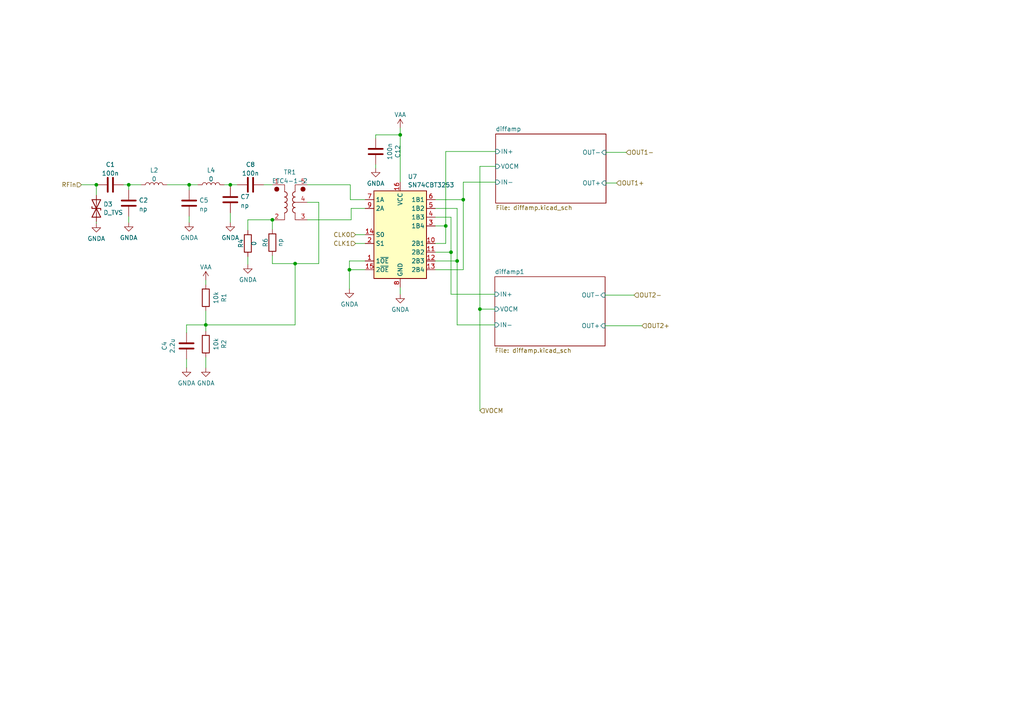
<source format=kicad_sch>
(kicad_sch (version 20230121) (generator eeschema)
  (paper "A4")
  (lib_symbols
    (symbol "Analog_Switch:SN74CBT3253"
      (property "Reference" "U" (at -7.62 13.97 0))
      (property "Value" "SN74CBT3253" (at -11.43 -13.97 0))
      (symbol "SN74CBT3253_0_1"
        (rectangle (start -7.62 12.7) (end 7.62 -12.7) (stroke (width 0.254)) (fill (type background)))
        (rectangle (start 7.62 -12.7) (end 7.62 -12.7))
      )
      (symbol "SN74CBT3253_1_1"
        (pin input line (at -10.16 -7.62 0) (length 2.54) (name "1~{OE}") (number "1"))
        (pin bidirectional line (at 10.16 -2.54 180) (length 2.54) (name "2B1") (number "10"))
        (pin bidirectional line (at 10.16 -5.08 180) (length 2.54) (name "2B2") (number "11"))
        (pin bidirectional line (at 10.16 -7.62 180) (length 2.54) (name "2B3") (number "12"))
        (pin bidirectional line (at 10.16 -10.16 180) (length 2.54) (name "2B4") (number "13"))
        (pin input line (at -10.16 0 0) (length 2.54) (name "S0") (number "14"))
        (pin input line (at -10.16 -10.16 0) (length 2.54) (name "2~{OE}") (number "15"))
        (pin power_in line (at 0 15.24 270) (length 2.54) (name "VCC") (number "16"))
        (pin input line (at -10.16 -2.54 0) (length 2.54) (name "S1") (number "2"))
        (pin bidirectional line (at 10.16 2.54 180) (length 2.54) (name "1B4") (number "3"))
        (pin bidirectional line (at 10.16 5.08 180) (length 2.54) (name "1B3") (number "4"))
        (pin bidirectional line (at 10.16 7.62 180) (length 2.54) (name "1B2") (number "5"))
        (pin bidirectional line (at 10.16 10.16 180) (length 2.54) (name "1B1") (number "6"))
        (pin bidirectional line (at -10.16 10.16 0) (length 2.54) (name "1A") (number "7"))
        (pin power_in line (at 0 -15.24 90) (length 2.54) (name "GND") (number "8"))
        (pin bidirectional line (at -10.16 7.62 0) (length 2.54) (name "2A") (number "9"))
      )
    )
    (symbol "Device:C" (pin_numbers hide) (pin_names (offset 0.254))
      (property "Reference" "C" (at 0.635 2.54 0))
      (property "Value" "C" (at 0.635 -2.54 0))
      (symbol "C_0_1"
        (polyline (pts (xy -2.032 -0.762) (xy 2.032 -0.762)) (stroke (width 0.508)))
        (polyline (pts (xy -2.032 0.762) (xy 2.032 0.762)) (stroke (width 0.508)))
      )
      (symbol "C_1_1"
        (pin passive line (at 0 3.81 270) (length 2.794) (name "~") (number "1"))
        (pin passive line (at 0 -3.81 90) (length 2.794) (name "~") (number "2"))
      )
    )
    (symbol "Device:D_TVS" (pin_numbers hide) (pin_names (offset 1.016) hide)
      (property "Reference" "D" (at 0 2.54 0))
      (property "Value" "D_TVS" (at 0 -2.54 0))
      (symbol "D_TVS_0_1"
        (polyline (pts (xy 1.27 0) (xy -1.27 0)))
        (polyline (pts (xy 0.508 1.27) (xy 0 1.27) (xy 0 -1.27) (xy -0.508 -1.27)) (stroke (width 0.254)))
        (polyline (pts (xy -2.54 1.27) (xy -2.54 -1.27) (xy 2.54 1.27) (xy 2.54 -1.27) (xy -2.54 1.27)) (stroke (width 0.254)))
      )
      (symbol "D_TVS_1_1"
        (pin passive line (at -3.81 0 0) (length 2.54) (name "A1") (number "1"))
        (pin passive line (at 3.81 0 180) (length 2.54) (name "A2") (number "2"))
      )
    )
    (symbol "Device:L" (pin_numbers hide) (pin_names (offset 1.016) hide)
      (property "Reference" "L" (at -1.27 0 90))
      (property "Value" "L" (at 1.905 0 90))
      (symbol "L_0_1"
        (arc (start 0 -2.54) (mid 0.6323 -1.905) (end 0 -1.27))
        (arc (start 0 -1.27) (mid 0.6323 -0.635) (end 0 0))
        (arc (start 0 0) (mid 0.6323 0.635) (end 0 1.27))
        (arc (start 0 1.27) (mid 0.6323 1.905) (end 0 2.54))
      )
      (symbol "L_1_1"
        (pin passive line (at 0 3.81 270) (length 1.27) (name "1") (number "1"))
        (pin passive line (at 0 -3.81 90) (length 1.27) (name "2") (number "2"))
      )
    )
    (symbol "adrf:ETC4-1-2" (pin_names hide)
      (property "Reference" "TR" (at 0 6.35 0))
      (property "Value" "ETC4-1-2" (at 0 -6.985 0))
      (symbol "ETC4-1-2_0_1"
        (circle (center -3.81 3.81) (radius 0.635) (fill (type outline)))
        (arc (start -1.524 -3.048) (mid -0.7653 -2.286) (end -1.524 -1.524) (stroke (width 0.2032)))
        (arc (start -1.524 -1.524) (mid -0.7653 -0.762) (end -1.524 0) (stroke (width 0.2032)))
        (arc (start -1.524 0) (mid -0.7653 0.762) (end -1.524 1.524) (stroke (width 0.2032)))
        (arc (start -1.524 1.524) (mid -0.7653 2.286) (end -1.524 3.048) (stroke (width 0.2032)))
        (polyline (pts (xy 2.54 0) (xy 1.27 0)) (stroke (width 0.1524)))
        (polyline (pts (xy -2.54 5.08) (xy -1.524 5.08) (xy -1.524 3.048)) (stroke (width 0.1524)))
        (polyline (pts (xy -1.524 -3.048) (xy -1.524 -5.08) (xy -2.54 -5.08)) (stroke (width 0.1524)))
        (polyline (pts (xy 1.524 3.048) (xy 1.524 5.08) (xy 2.54 5.08)) (stroke (width 0.1524)))
        (polyline (pts (xy 2.54 -5.08) (xy 1.524 -5.08) (xy 1.524 -3.048)) (stroke (width 0.1524)))
        (arc (start 1.524 -1.524) (mid 0.7653 -2.286) (end 1.524 -3.048) (stroke (width 0.2032)))
        (arc (start 1.524 0) (mid 0.7653 -0.762) (end 1.524 -1.524) (stroke (width 0.2032)))
        (arc (start 1.524 1.524) (mid 0.7653 0.762) (end 1.524 0) (stroke (width 0.2032)))
        (arc (start 1.524 3.048) (mid 0.7653 2.286) (end 1.524 1.524) (stroke (width 0.2032)))
        (circle (center 3.81 3.81) (radius 0.635) (fill (type outline)))
      )
      (symbol "ETC4-1-2_1_1"
        (pin passive line (at -5.08 5.08 0) (length 2.54) (name "~") (number "1"))
        (pin passive line (at -5.08 -5.08 0) (length 2.54) (name "~") (number "2"))
        (pin passive line (at 5.08 -5.08 180) (length 2.54) (name "~") (number "3"))
        (pin passive line (at 5.08 0 180) (length 2.54) (name "~") (number "4"))
        (pin no_connect line (at -2.54 0 0) (length 2.54) hide (name "~") (number "5"))
        (pin passive line (at 5.08 5.08 180) (length 2.54) (name "~") (number "5"))
      )
    )
    (symbol "device:C" (pin_numbers hide) (pin_names (offset 0.254))
      (property "Reference" "C" (at 0.635 2.54 0))
      (property "Value" "device_C" (at 0.635 -2.54 0))
      (symbol "C_0_1"
        (polyline (pts (xy -2.032 -0.762) (xy 2.032 -0.762)) (stroke (width 0.508)))
        (polyline (pts (xy -2.032 0.762) (xy 2.032 0.762)) (stroke (width 0.508)))
      )
      (symbol "C_1_1"
        (pin passive line (at 0 3.81 270) (length 2.794) (name "~") (number "1"))
        (pin passive line (at 0 -3.81 90) (length 2.794) (name "~") (number "2"))
      )
    )
    (symbol "device:R" (pin_numbers hide) (pin_names (offset 0))
      (property "Reference" "R" (at 2.032 0 90))
      (property "Value" "device_R" (at 0 0 90))
      (symbol "R_0_1"
        (rectangle (start -1.016 -2.54) (end 1.016 2.54) (stroke (width 0.254)))
      )
      (symbol "R_1_1"
        (pin passive line (at 0 3.81 270) (length 1.27) (name "~") (number "1"))
        (pin passive line (at 0 -3.81 90) (length 1.27) (name "~") (number "2"))
      )
    )
    (symbol "power:GNDA" (power) (pin_names (offset 0))
      (property "Value" "GNDA" (at 0 -3.81 0))
      (symbol "GNDA_0_1"
        (polyline (pts (xy 0 0) (xy 0 -1.27) (xy 1.27 -1.27) (xy 0 -2.54) (xy -1.27 -1.27) (xy 0 -1.27)))
      )
      (symbol "GNDA_1_1"
        (pin power_in line (at 0 0 270) (length 0) hide (name "GNDA") (number "1"))
      )
    )
    (symbol "power:VAA" (power) (pin_names (offset 0))
      (property "Value" "VAA" (at 0 3.81 0))
      (symbol "VAA_0_1"
        (polyline (pts (xy -0.762 1.27) (xy 0 2.54)))
        (polyline (pts (xy 0 0) (xy 0 2.54)))
        (polyline (pts (xy 0 2.54) (xy 0.762 1.27)))
      )
      (symbol "VAA_1_1"
        (pin power_in line (at 0 0 90) (length 0) hide (name "VAA") (number "1"))
      )
    )
  )
  (junction (at 85.598 76.454))
  (junction (at 132.588 75.692))
  (junction (at 116.078 39.116))
  (junction (at 129.286 65.532))
  (junction (at 59.69 94.234))
  (junction (at 54.864 53.594))
  (junction (at 130.81 73.152))
  (junction (at 66.802 53.594))
  (junction (at 37.338 53.594))
  (junction (at 27.94 53.594))
  (junction (at 139.192 89.662))
  (junction (at 134.366 57.912))
  (junction (at 78.994 63.754))
  (junction (at 101.346 78.232))
  (wire (pts (xy 76.454 53.594) (xy 78.994 53.594)))
  (wire (pts (xy 143.764 48.26) (xy 139.192 48.26)))
  (wire (pts (xy 101.854 60.452) (xy 105.918 60.452)))
  (wire (pts (xy 105.918 75.692) (xy 101.346 75.692)))
  (wire (pts (xy 126.238 60.452) (xy 132.588 60.452)))
  (wire (pts (xy 92.456 76.454) (xy 85.598 76.454)))
  (wire (pts (xy 71.882 63.754) (xy 71.882 66.802)))
  (wire (pts (xy 126.238 65.532) (xy 129.286 65.532)))
  (wire (pts (xy 92.456 58.674) (xy 92.456 76.454)))
  (wire (pts (xy 59.69 81.28) (xy 59.69 82.55)))
  (wire (pts (xy 54.864 53.594) (xy 54.864 55.118)))
  (wire (pts (xy 71.882 74.422) (xy 71.882 76.708)))
  (wire (pts (xy 101.6 57.912) (xy 105.918 57.912)))
  (wire (pts (xy 139.192 89.662) (xy 143.51 89.662)))
  (wire (pts (xy 89.154 53.594) (xy 101.6 53.594)))
  (wire (pts (xy 108.966 40.132) (xy 108.966 39.116)))
  (wire (pts (xy 181.61 44.196) (xy 175.768 44.196)))
  (wire (pts (xy 66.802 53.594) (xy 68.834 53.594)))
  (wire (pts (xy 129.286 43.942) (xy 143.764 43.942)))
  (wire (pts (xy 126.238 73.152) (xy 130.81 73.152)))
  (wire (pts (xy 108.966 39.116) (xy 116.078 39.116)))
  (wire (pts (xy 134.366 57.912) (xy 134.366 78.232)))
  (wire (pts (xy 132.588 75.692) (xy 132.588 60.452)))
  (wire (pts (xy 101.854 63.754) (xy 101.854 60.452)))
  (wire (pts (xy 103.124 70.612) (xy 105.918 70.612)))
  (wire (pts (xy 54.864 62.738) (xy 54.864 64.516)))
  (wire (pts (xy 101.346 75.692) (xy 101.346 78.232)))
  (wire (pts (xy 37.338 62.738) (xy 37.338 64.516)))
  (wire (pts (xy 103.124 68.072) (xy 105.918 68.072)))
  (wire (pts (xy 126.238 78.232) (xy 134.366 78.232)))
  (wire (pts (xy 59.69 94.234) (xy 85.598 94.234)))
  (wire (pts (xy 23.622 53.594) (xy 27.94 53.594)))
  (wire (pts (xy 134.366 52.832) (xy 134.366 57.912)))
  (wire (pts (xy 126.238 75.692) (xy 132.588 75.692)))
  (wire (pts (xy 116.078 39.116) (xy 116.078 52.832)))
  (wire (pts (xy 27.94 64.77) (xy 27.94 64.262)))
  (wire (pts (xy 54.102 104.14) (xy 54.102 106.68)))
  (wire (pts (xy 78.994 63.754) (xy 71.882 63.754)))
  (wire (pts (xy 66.802 53.594) (xy 66.802 54.102)))
  (wire (pts (xy 186.182 94.488) (xy 175.514 94.488)))
  (wire (pts (xy 132.588 94.234) (xy 132.588 75.692)))
  (wire (pts (xy 85.598 76.454) (xy 78.994 76.454)))
  (wire (pts (xy 35.814 53.594) (xy 37.338 53.594)))
  (wire (pts (xy 27.94 53.594) (xy 28.194 53.594)))
  (wire (pts (xy 54.864 53.594) (xy 57.404 53.594)))
  (wire (pts (xy 130.81 62.992) (xy 130.81 73.152)))
  (wire (pts (xy 59.69 90.17) (xy 59.69 94.234)))
  (wire (pts (xy 129.286 43.942) (xy 129.286 65.532)))
  (wire (pts (xy 54.102 96.52) (xy 54.102 94.234)))
  (wire (pts (xy 85.598 94.234) (xy 85.598 76.454)))
  (wire (pts (xy 126.238 57.912) (xy 134.366 57.912)))
  (wire (pts (xy 132.588 94.234) (xy 143.51 94.234)))
  (wire (pts (xy 130.81 85.344) (xy 143.51 85.344)))
  (wire (pts (xy 130.81 85.344) (xy 130.81 73.152)))
  (wire (pts (xy 101.346 78.232) (xy 101.346 83.82)))
  (wire (pts (xy 27.94 53.594) (xy 27.94 56.642)))
  (wire (pts (xy 59.69 94.234) (xy 59.69 96.012)))
  (wire (pts (xy 78.994 76.454) (xy 78.994 74.168)))
  (wire (pts (xy 54.102 94.234) (xy 59.69 94.234)))
  (wire (pts (xy 101.346 78.232) (xy 105.918 78.232)))
  (wire (pts (xy 78.994 66.548) (xy 78.994 63.754)))
  (wire (pts (xy 48.514 53.594) (xy 54.864 53.594)))
  (wire (pts (xy 126.238 70.612) (xy 129.286 70.612)))
  (wire (pts (xy 66.802 61.722) (xy 66.802 64.516)))
  (wire (pts (xy 139.192 48.26) (xy 139.192 89.662)))
  (wire (pts (xy 116.078 83.312) (xy 116.078 85.344)))
  (wire (pts (xy 65.024 53.594) (xy 66.802 53.594)))
  (wire (pts (xy 116.078 37.084) (xy 116.078 39.116)))
  (wire (pts (xy 178.816 53.086) (xy 175.768 53.086)))
  (wire (pts (xy 89.154 63.754) (xy 101.854 63.754)))
  (wire (pts (xy 37.338 53.594) (xy 40.894 53.594)))
  (wire (pts (xy 89.154 58.674) (xy 92.456 58.674)))
  (wire (pts (xy 134.366 52.832) (xy 143.764 52.832)))
  (wire (pts (xy 175.514 85.598) (xy 183.896 85.598)))
  (wire (pts (xy 129.286 70.612) (xy 129.286 65.532)))
  (wire (pts (xy 108.966 47.752) (xy 108.966 48.768)))
  (wire (pts (xy 126.238 62.992) (xy 130.81 62.992)))
  (wire (pts (xy 37.338 53.594) (xy 37.338 55.118)))
  (wire (pts (xy 139.192 89.662) (xy 139.192 119.126)))
  (wire (pts (xy 59.69 103.632) (xy 59.69 106.68)))
  (wire (pts (xy 101.6 53.594) (xy 101.6 57.912)))
  (hierarchical_label "CLK1" (shape input) (at 103.124 70.612 180))
  (hierarchical_label "RFin" (shape input) (at 23.622 53.594 180))
  (hierarchical_label "OUT2+" (shape input) (at 186.182 94.488 0))
  (hierarchical_label "VOCM" (shape input) (at 139.192 119.126 0))
  (hierarchical_label "OUT2-" (shape input) (at 183.896 85.598 0))
  (hierarchical_label "CLK0" (shape input) (at 103.124 68.072 180))
  (hierarchical_label "OUT1-" (shape input) (at 181.61 44.196 0))
  (hierarchical_label "OUT1+" (shape input) (at 178.816 53.086 0))
  (symbol (lib_id "Device:C") (at 37.338 58.928 180) (unit 1)
    (property "Reference" "C2" (at 40.259 58.0933 0) (effects (justify right)))
    (property "Value" "np" (at 40.259 60.6302 0) (effects (justify right)))
    (property "Footprint" "Capacitor_SMD:C_0603_1608Metric" (effects hide))
    (instances (project "multirecv_tlv" (path "" (reference "C2") (unit 1)) (path "" (reference "C28") (unit 1)) (path "" (reference "C21") (unit 1)) (path "" (reference "C78") (unit 1)) (path "" (reference "C71") (unit 1))))
  )
  (symbol (lib_id "power:GNDA") (at 59.69 106.68 0) (unit 1)
    (property "Reference" "#PWR07" (effects hide))
    (property "Value" "GNDA" (at 59.69 111.1234 0))
    (instances (project "multirecv_tlv" (path "" (reference "#PWR07") (unit 1)) (path "" (reference "#PWR074") (unit 1)) (path "" (reference "#PWR063") (unit 1)) (path "" (reference "#PWR0114") (unit 1)) (path "" (reference "#PWR054") (unit 1))))
  )
  (symbol (lib_id "Device:D_TVS") (at 27.94 60.452 90) (unit 1)
    (property "Reference" "D3" (at 29.972 59.2399 90) (effects (justify right)))
    (property "Value" "D_TVS" (at 29.972 61.6641 90) (effects (justify right)))
    (property "Footprint" "Diode_SMD:D_SOD-323_HandSoldering" (effects hide))
    (instances (project "multirecv_tlv" (path "" (reference "D3") (unit 1)) (path "" (reference "D4") (unit 1)) (path "" (reference "D5") (unit 1)) (path "" (reference "D6") (unit 1))))
  )
  (symbol (lib_id "device:R") (at 71.882 70.612 0) (mirror y) (unit 1)
    (property "Reference" "R4" (at 69.85 70.612 90))
    (property "Value" "0" (at 73.66 70.612 90))
    (property "Footprint" "Resistor_SMD:R_0603_1608Metric" (effects hide))
    (instances (project "multirecv_tlv" (path "" (reference "R4") (unit 1)) (path "" (reference "R28") (unit 1)) (path "" (reference "R24") (unit 1)) (path "" (reference "R72") (unit 1)) (path "" (reference "R68") (unit 1))))
  )
  (symbol (lib_id "power:GNDA") (at 54.864 64.516 0) (unit 1)
    (property "Reference" "#PWR08" (effects hide))
    (property "Value" "GNDA" (at 54.864 68.9594 0))
    (instances (project "multirecv_tlv" (path "" (reference "#PWR08") (unit 1)) (path "" (reference "#PWR072") (unit 1)) (path "" (reference "#PWR061") (unit 1)) (path "" (reference "#PWR0112") (unit 1)) (path "" (reference "#PWR052") (unit 1))))
  )
  (symbol (lib_id "device:C") (at 108.966 43.942 0) (unit 1)
    (property "Reference" "C12" (at 115.3668 43.942 90))
    (property "Value" "100n" (at 113.0554 43.942 90))
    (property "Footprint" "Capacitor_SMD:C_0402_1005Metric" (effects hide))
    (instances (project "multirecv_tlv" (path "" (reference "C12") (unit 1)) (path "" (reference "C33") (unit 1)) (path "" (reference "C26") (unit 1)) (path "" (reference "C83") (unit 1)) (path "" (reference "C76") (unit 1))))
  )
  (symbol (lib_id "Device:C") (at 54.864 58.928 180) (unit 1)
    (property "Reference" "C5" (at 57.785 58.0933 0) (effects (justify right)))
    (property "Value" "np" (at 57.785 60.6302 0) (effects (justify right)))
    (property "Footprint" "Capacitor_SMD:C_0603_1608Metric" (effects hide))
    (instances (project "multirecv_tlv" (path "" (reference "C5") (unit 1)) (path "" (reference "C30") (unit 1)) (path "" (reference "C23") (unit 1)) (path "" (reference "C80") (unit 1)) (path "" (reference "C73") (unit 1))))
  )
  (symbol (lib_id "adrf:ETC4-1-2") (at 84.074 58.674 0) (unit 1)
    (property "Reference" "TR1" (at 84.074 49.945 0))
    (property "Value" "ETC4-1-2" (at 84.074 52.4819 0))
    (property "Footprint" "Transformer_SMD:Transformer_MACOM_SM-22" (effects hide))
    (property "Datasheet" "https://cdn.macom.com/datasheets/ETC4-1-2-TR.pdf" (effects hide))
    (instances (project "multirecv_tlv" (path "" (reference "TR1") (unit 1)) (path "" (reference "TR2") (unit 1)) (path "" (reference "TR1") (unit 1)) (path "" (reference "TR4") (unit 1)) (path "" (reference "TR3") (unit 1))))
  )
  (symbol (lib_id "device:R") (at 59.69 99.822 0) (mirror y) (unit 1)
    (property "Reference" "R2" (at 64.9478 99.822 90))
    (property "Value" "10k" (at 62.6364 99.822 90))
    (property "Footprint" "Resistor_SMD:R_0603_1608Metric" (effects hide))
    (instances (project "multirecv_tlv" (path "" (reference "R2") (unit 1)) (path "" (reference "R27") (unit 1)) (path "" (reference "R23") (unit 1)) (path "" (reference "R71") (unit 1)) (path "" (reference "R67") (unit 1))))
  )
  (symbol (lib_id "Device:L") (at 44.704 53.594 270) (mirror x) (unit 1)
    (property "Reference" "L2" (at 44.704 49.3862 90))
    (property "Value" "0" (at 44.704 51.9231 90))
    (property "Footprint" "hnch:L_1008_0805_0603_HandSolder_Combo" (effects hide))
    (instances (project "multirecv_tlv" (path "" (reference "L2") (unit 1)) (path "" (reference "L3") (unit 1)) (path "" (reference "L1") (unit 1)) (path "" (reference "L7") (unit 1)) (path "" (reference "L5") (unit 1))))
  )
  (symbol (lib_id "device:R") (at 78.994 70.358 0) (mirror y) (unit 1)
    (property "Reference" "R6" (at 76.962 70.358 90))
    (property "Value" "np" (at 81.28 70.358 90))
    (property "Footprint" "Resistor_SMD:R_0603_1608Metric" (effects hide))
    (instances (project "multirecv_tlv" (path "" (reference "R6") (unit 1)) (path "" (reference "R29") (unit 1)) (path "" (reference "R25") (unit 1)) (path "" (reference "R73") (unit 1)) (path "" (reference "R69") (unit 1))))
  )
  (symbol (lib_id "power:GNDA") (at 101.346 83.82 0) (unit 1)
    (property "Reference" "#PWR021" (effects hide))
    (property "Value" "GNDA" (at 101.346 88.2634 0))
    (instances (project "multirecv_tlv" (path "" (reference "#PWR021") (unit 1)) (path "" (reference "#PWR077") (unit 1)) (path "" (reference "#PWR066") (unit 1)) (path "" (reference "#PWR0117") (unit 1)) (path "" (reference "#PWR0106") (unit 1))))
  )
  (symbol (lib_id "Device:L") (at 61.214 53.594 90) (unit 1)
    (property "Reference" "L4" (at 61.214 49.3862 90))
    (property "Value" "0" (at 61.214 51.9231 90))
    (property "Footprint" "hnch:L_1008_0805_0603_HandSolder_Combo" (effects hide))
    (instances (project "multirecv_tlv" (path "" (reference "L4") (unit 1)) (path "" (reference "L4") (unit 1)) (path "" (reference "L2") (unit 1)) (path "" (reference "L8") (unit 1)) (path "" (reference "L6") (unit 1))))
  )
  (symbol (lib_id "power:GNDA") (at 108.966 48.768 0) (unit 1)
    (property "Reference" "#PWR023" (effects hide))
    (property "Value" "GNDA" (at 108.966 53.2114 0))
    (instances (project "multirecv_tlv" (path "" (reference "#PWR023") (unit 1)) (path "" (reference "#PWR078") (unit 1)) (path "" (reference "#PWR067") (unit 1)) (path "" (reference "#PWR0118") (unit 1)) (path "" (reference "#PWR0107") (unit 1))))
  )
  (symbol (lib_id "power:GNDA") (at 71.882 76.708 0) (unit 1)
    (property "Reference" "#PWR014" (effects hide))
    (property "Value" "GNDA" (at 71.882 81.1514 0))
    (instances (project "multirecv_tlv" (path "" (reference "#PWR014") (unit 1)) (path "" (reference "#PWR076") (unit 1)) (path "" (reference "#PWR065") (unit 1)) (path "" (reference "#PWR0116") (unit 1)) (path "" (reference "#PWR0105") (unit 1))))
  )
  (symbol (lib_id "Device:C") (at 66.802 57.912 180) (unit 1)
    (property "Reference" "C7" (at 69.723 57.0773 0) (effects (justify right)))
    (property "Value" "np" (at 69.723 59.6142 0) (effects (justify right)))
    (property "Footprint" "Capacitor_SMD:C_0603_1608Metric" (effects hide))
    (instances (project "multirecv_tlv" (path "" (reference "C7") (unit 1)) (path "" (reference "C31") (unit 1)) (path "" (reference "C24") (unit 1)) (path "" (reference "C81") (unit 1)) (path "" (reference "C74") (unit 1))))
  )
  (symbol (lib_id "power:VAA") (at 59.69 81.28 0) (unit 1)
    (property "Reference" "#PWR06" (effects hide))
    (property "Value" "VAA" (at 59.69 77.47 0))
    (instances (project "multirecv_tlv" (path "" (reference "#PWR06") (unit 1)) (path "" (reference "#PWR073") (unit 1)) (path "" (reference "#PWR062") (unit 1)) (path "" (reference "#PWR0113") (unit 1)) (path "" (reference "#PWR053") (unit 1))))
  )
  (symbol (lib_id "Device:C") (at 72.644 53.594 270) (mirror x) (unit 1)
    (property "Reference" "C8" (at 72.644 47.7352 90))
    (property "Value" "100n" (at 72.644 50.2721 90))
    (property "Footprint" "Capacitor_SMD:C_0402_1005Metric" (effects hide))
    (instances (project "multirecv_tlv" (path "" (reference "C8") (unit 1)) (path "" (reference "C32") (unit 1)) (path "" (reference "C25") (unit 1)) (path "" (reference "C82") (unit 1)) (path "" (reference "C75") (unit 1))))
  )
  (symbol (lib_id "Device:C") (at 32.004 53.594 270) (mirror x) (unit 1)
    (property "Reference" "C1" (at 32.004 47.7352 90))
    (property "Value" "100n" (at 32.004 50.2721 90))
    (property "Footprint" "Capacitor_SMD:C_0402_1005Metric" (effects hide))
    (instances (project "multirecv_tlv" (path "" (reference "C1") (unit 1)) (path "" (reference "C27") (unit 1)) (path "" (reference "C20") (unit 1)) (path "" (reference "C77") (unit 1)) (path "" (reference "C70") (unit 1))))
  )
  (symbol (lib_id "power:VAA") (at 116.078 37.084 0) (unit 1)
    (property "Reference" "#PWR024" (effects hide))
    (property "Value" "VAA" (at 116.078 33.274 0))
    (instances (project "multirecv_tlv" (path "" (reference "#PWR024") (unit 1)) (path "" (reference "#PWR079") (unit 1)) (path "" (reference "#PWR068") (unit 1)) (path "" (reference "#PWR0119") (unit 1)) (path "" (reference "#PWR0108") (unit 1))))
  )
  (symbol (lib_id "power:GNDA") (at 116.078 85.344 0) (unit 1)
    (property "Reference" "#PWR025" (effects hide))
    (property "Value" "GNDA" (at 116.078 89.7874 0))
    (instances (project "multirecv_tlv" (path "" (reference "#PWR025") (unit 1)) (path "" (reference "#PWR080") (unit 1)) (path "" (reference "#PWR069") (unit 1)) (path "" (reference "#PWR0120") (unit 1)) (path "" (reference "#PWR0109") (unit 1))))
  )
  (symbol (lib_id "power:GNDA") (at 66.802 64.516 0) (unit 1)
    (property "Reference" "#PWR09" (effects hide))
    (property "Value" "GNDA" (at 66.802 68.9594 0))
    (instances (project "multirecv_tlv" (path "" (reference "#PWR09") (unit 1)) (path "" (reference "#PWR075") (unit 1)) (path "" (reference "#PWR064") (unit 1)) (path "" (reference "#PWR0115") (unit 1)) (path "" (reference "#PWR055") (unit 1))))
  )
  (symbol (lib_id "power:GNDA") (at 54.102 106.68 0) (unit 1)
    (property "Reference" "#PWR04" (effects hide))
    (property "Value" "GNDA" (at 54.102 111.1234 0))
    (instances (project "multirecv_tlv" (path "" (reference "#PWR04") (unit 1)) (path "" (reference "#PWR071") (unit 1)) (path "" (reference "#PWR060") (unit 1)) (path "" (reference "#PWR0111") (unit 1)) (path "" (reference "#PWR051") (unit 1))))
  )
  (symbol (lib_id "device:C") (at 54.102 100.33 0) (mirror y) (unit 1)
    (property "Reference" "C4" (at 47.7012 100.33 90))
    (property "Value" "2.2u" (at 50.0126 100.33 90))
    (property "Footprint" "Capacitor_SMD:C_0603_1608Metric" (effects hide))
    (instances (project "multirecv_tlv" (path "" (reference "C4") (unit 1)) (path "" (reference "C29") (unit 1)) (path "" (reference "C22") (unit 1)) (path "" (reference "C79") (unit 1)) (path "" (reference "C72") (unit 1))))
  )
  (symbol (lib_id "power:GNDA") (at 37.338 64.516 0) (unit 1)
    (property "Reference" "#PWR03" (effects hide))
    (property "Value" "GNDA" (at 37.338 68.9594 0))
    (instances (project "multirecv_tlv" (path "" (reference "#PWR03") (unit 1)) (path "" (reference "#PWR070") (unit 1)) (path "" (reference "#PWR059") (unit 1)) (path "" (reference "#PWR0110") (unit 1)) (path "" (reference "#PWR050") (unit 1))))
  )
  (symbol (lib_id "power:GNDA") (at 27.94 64.77 0) (unit 1)
    (property "Reference" "#PWR03" (effects hide))
    (property "Value" "GNDA" (at 27.94 69.2134 0))
    (instances (project "multirecv_tlv" (path "" (reference "#PWR03") (unit 1)) (path "" (reference "#PWR0170") (unit 1)) (path "" (reference "#PWR0169") (unit 1)) (path "" (reference "#PWR0168") (unit 1)) (path "" (reference "#PWR0167") (unit 1))))
  )
  (symbol (lib_id "device:R") (at 59.69 86.36 0) (mirror y) (unit 1)
    (property "Reference" "R1" (at 64.9478 86.36 90))
    (property "Value" "10k" (at 62.6364 86.36 90))
    (property "Footprint" "Resistor_SMD:R_0603_1608Metric" (effects hide))
    (instances (project "multirecv_tlv" (path "" (reference "R1") (unit 1)) (path "" (reference "R26") (unit 1)) (path "" (reference "R22") (unit 1)) (path "" (reference "R70") (unit 1)) (path "" (reference "R66") (unit 1))))
  )
  (symbol (lib_id "Analog_Switch:SN74CBT3253") (at 116.078 68.072 0) (unit 1)
    (property "Reference" "U7" (at 118.2721 51.2277 0) (effects (justify left)))
    (property "Value" "SN74CBT3253" (at 118.2721 53.6519 0) (effects (justify left)))
    (property "Footprint" "Package_SO:TSSOP-16_4.4x5mm_P0.65mm" (effects hide))
    (property "Datasheet" "http://www.ti.com/lit/gpn/sn74cbt3253" (effects hide))
    (instances (project "multirecv_tlv" (path "" (reference "U7") (unit 1)) (path "" (reference "U6") (unit 1)) (path "" (reference "U13") (unit 1)) (path "" (reference "U12") (unit 1))))
  )
  (sheet (at 143.51 80.264) (size 32.004 20.066) (stroke (width 0.1524))
    (property "Sheetname" "diffamp1" (at 143.51 79.5524 0) (effects (justify left bottom)))
    (property "Sheetfile" "diffamp.kicad_sch" (at 143.51 100.9146 0) (effects (justify left top)))
    (pin "OUT+" input (at 175.514 94.488 0))
    (pin "OUT-" input (at 175.514 85.598 0))
    (pin "IN+" input (at 143.51 85.344 180))
    (pin "IN-" input (at 143.51 94.234 180))
    (pin "VOCM" input (at 143.51 89.662 180))
  )
  (sheet (at 143.764 38.862) (size 32.004 20.066) (stroke (width 0.1524))
    (property "Sheetname" "diffamp" (at 143.764 38.1504 0) (effects (justify left bottom)))
    (property "Sheetfile" "diffamp.kicad_sch" (at 143.764 59.5126 0) (effects (justify left top)))
    (pin "OUT+" input (at 175.768 53.086 0))
    (pin "OUT-" input (at 175.768 44.196 0))
    (pin "IN+" input (at 143.764 43.942 180))
    (pin "IN-" input (at 143.764 52.832 180))
    (pin "VOCM" input (at 143.764 48.26 180))
  )
)
</source>
